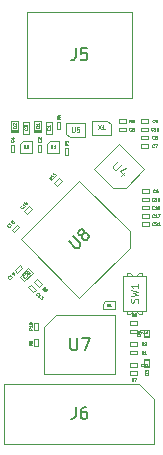
<source format=gbr>
G04 #@! TF.GenerationSoftware,KiCad,Pcbnew,5.1.9-1.fc33*
G04 #@! TF.CreationDate,2021-01-10T22:57:42+01:00*
G04 #@! TF.ProjectId,reDIP-SID,72654449-502d-4534-9944-2e6b69636164,0.1*
G04 #@! TF.SameCoordinates,PX5e28010PY8011a50*
G04 #@! TF.FileFunction,Other,Fab,Top*
%FSLAX46Y46*%
G04 Gerber Fmt 4.6, Leading zero omitted, Abs format (unit mm)*
G04 Created by KiCad (PCBNEW 5.1.9-1.fc33) date 2021-01-10 22:57:42*
%MOMM*%
%LPD*%
G01*
G04 APERTURE LIST*
%ADD10C,0.100000*%
%ADD11C,0.040000*%
%ADD12C,0.150000*%
%ADD13C,0.062500*%
%ADD14C,0.030000*%
%ADD15C,0.050000*%
%ADD16C,0.110000*%
G04 APERTURE END LIST*
D10*
X14390000Y9005000D02*
X14770000Y9005000D01*
X14770000Y9005000D02*
X14770000Y9655000D01*
X14770000Y9655000D02*
X14390000Y9655000D01*
X14390000Y9655000D02*
X14390000Y9005000D01*
X14390000Y9105000D02*
X14770000Y9105000D01*
X14770000Y7155000D02*
X14390000Y7155000D01*
X14390000Y7155000D02*
X14390000Y6505000D01*
X14390000Y6505000D02*
X14770000Y6505000D01*
X14770000Y6505000D02*
X14770000Y7155000D01*
X14770000Y7055000D02*
X14390000Y7055000D01*
X13790000Y10050000D02*
X13190000Y10050000D01*
X13790000Y10350000D02*
X13790000Y10050000D01*
X13190000Y10350000D02*
X13790000Y10350000D01*
X13190000Y10050000D02*
X13190000Y10350000D01*
X13360000Y29270000D02*
X4420000Y29270000D01*
X13360000Y29270000D02*
X13360000Y36570000D01*
X13360000Y36570000D02*
X4420000Y36570000D01*
X4420000Y29270000D02*
X4420000Y36570000D01*
X7408198Y22246066D02*
X6983934Y21821802D01*
X7196066Y22458198D02*
X7408198Y22246066D01*
X6771802Y22033934D02*
X7196066Y22458198D01*
X6983934Y21821802D02*
X6771802Y22033934D01*
X5890000Y9860000D02*
X6890000Y10860000D01*
X5890000Y5860000D02*
X5890000Y9860000D01*
X11890000Y5860000D02*
X5890000Y5860000D01*
X11890000Y10860000D02*
X11890000Y5860000D01*
X6890000Y10860000D02*
X11890000Y10860000D01*
X13190000Y5810000D02*
X13190000Y6110000D01*
X13190000Y6110000D02*
X13790000Y6110000D01*
X13790000Y6110000D02*
X13790000Y5810000D01*
X13790000Y5810000D02*
X13190000Y5810000D01*
X6150000Y25370000D02*
X6400000Y25620000D01*
X7150000Y25620000D02*
X6400000Y25620000D01*
X7150000Y24620000D02*
X7150000Y25620000D01*
X6150000Y24620000D02*
X7150000Y24620000D01*
X6150000Y25370000D02*
X6150000Y24620000D01*
X3850000Y25370000D02*
X4100000Y25620000D01*
X4850000Y25620000D02*
X4100000Y25620000D01*
X4850000Y24620000D02*
X4850000Y25620000D01*
X3850000Y24620000D02*
X4850000Y24620000D01*
X3850000Y25370000D02*
X3850000Y24620000D01*
X13132641Y16572893D02*
X8890000Y12330253D01*
X8890000Y12330253D02*
X3940253Y17280000D01*
X3940253Y17280000D02*
X8890000Y22229747D01*
X8890000Y22229747D02*
X13132641Y17987107D01*
X13132641Y17987107D02*
X13132641Y16572893D01*
X13190000Y6510000D02*
X13190000Y6810000D01*
X13190000Y6810000D02*
X13790000Y6810000D01*
X13790000Y6810000D02*
X13790000Y6510000D01*
X13790000Y6510000D02*
X13190000Y6510000D01*
X8050000Y25950000D02*
X7750000Y26250000D01*
X8050000Y25950000D02*
X9350000Y25950000D01*
X9350000Y25950000D02*
X9350000Y27150000D01*
X9350000Y27150000D02*
X7750000Y27150000D01*
X7750000Y27150000D02*
X7750000Y26250000D01*
X14210000Y10970000D02*
X14210000Y11220000D01*
X13960000Y10970000D02*
X14210000Y10970000D01*
X13710000Y11220000D02*
X13960000Y10970000D01*
X13160000Y10970000D02*
X13410000Y11220000D01*
X12910000Y10970000D02*
X13160000Y10970000D01*
X12910000Y11220000D02*
X12910000Y10970000D01*
X14210000Y14470000D02*
X14210000Y14220000D01*
X13960000Y14470000D02*
X14210000Y14470000D01*
X13710000Y14220000D02*
X13960000Y14470000D01*
X13160000Y14470000D02*
X13410000Y14220000D01*
X12910000Y14470000D02*
X13160000Y14470000D01*
X12910000Y14220000D02*
X12910000Y14470000D01*
X14560000Y11220000D02*
X12560000Y11220000D01*
X14560000Y14220000D02*
X14560000Y11220000D01*
X12560000Y14220000D02*
X14560000Y14220000D01*
X12560000Y11220000D02*
X12560000Y14220000D01*
X11080000Y12045000D02*
X10880000Y11845000D01*
X10880000Y11425000D02*
X10880000Y11845000D01*
X11900000Y11425000D02*
X10880000Y11425000D01*
X11900000Y12045000D02*
X11900000Y11425000D01*
X11080000Y12045000D02*
X11900000Y12045000D01*
X15240000Y3810000D02*
X15240000Y0D01*
X15240000Y0D02*
X2540000Y0D01*
X2540000Y0D02*
X2540000Y5080000D01*
X2540000Y5080000D02*
X13970000Y5080000D01*
X13970000Y5080000D02*
X15240000Y3810000D01*
X11550000Y27050000D02*
X11250000Y27350000D01*
X11550000Y27050000D02*
X11550000Y26150000D01*
X9950000Y27350000D02*
X11250000Y27350000D01*
X9950000Y26150000D02*
X9950000Y27350000D01*
X11550000Y26150000D02*
X9950000Y26150000D01*
X5070000Y9640000D02*
X5070000Y10240000D01*
X5370000Y9640000D02*
X5070000Y9640000D01*
X5370000Y10240000D02*
X5370000Y9640000D01*
X5070000Y10240000D02*
X5370000Y10240000D01*
X12250000Y27450000D02*
X12850000Y27450000D01*
X12250000Y27150000D02*
X12250000Y27450000D01*
X12850000Y27150000D02*
X12250000Y27150000D01*
X12850000Y27450000D02*
X12850000Y27150000D01*
X7250000Y27250000D02*
X7250000Y26650000D01*
X6950000Y27250000D02*
X7250000Y27250000D01*
X6950000Y26650000D02*
X6950000Y27250000D01*
X7250000Y26650000D02*
X6950000Y26650000D01*
X7650000Y24450000D02*
X7650000Y25050000D01*
X7950000Y24450000D02*
X7650000Y24450000D01*
X7950000Y25050000D02*
X7950000Y24450000D01*
X7650000Y25050000D02*
X7950000Y25050000D01*
X13190000Y8580000D02*
X13790000Y8580000D01*
X13190000Y8280000D02*
X13190000Y8580000D01*
X13790000Y8280000D02*
X13190000Y8280000D01*
X13790000Y8580000D02*
X13790000Y8280000D01*
X13190000Y7880000D02*
X13790000Y7880000D01*
X13190000Y7580000D02*
X13190000Y7880000D01*
X13790000Y7580000D02*
X13190000Y7580000D01*
X13790000Y7880000D02*
X13790000Y7580000D01*
X13790000Y9350000D02*
X13190000Y9350000D01*
X13790000Y9650000D02*
X13790000Y9350000D01*
X13190000Y9650000D02*
X13790000Y9650000D01*
X13190000Y9350000D02*
X13190000Y9650000D01*
X5350000Y24720000D02*
X5350000Y25320000D01*
X5650000Y24720000D02*
X5350000Y24720000D01*
X5650000Y25320000D02*
X5650000Y24720000D01*
X5350000Y25320000D02*
X5650000Y25320000D01*
X3050000Y24720000D02*
X3050000Y25320000D01*
X3350000Y24720000D02*
X3050000Y24720000D01*
X3350000Y25320000D02*
X3350000Y24720000D01*
X3050000Y25320000D02*
X3350000Y25320000D01*
X11739670Y21659010D02*
X10148680Y23250000D01*
X10148680Y23250000D02*
X12270000Y25371320D01*
X12270000Y25371320D02*
X14391320Y23250000D01*
X14391320Y23250000D02*
X12800330Y21659010D01*
X12800330Y21659010D02*
X11739670Y21659010D01*
X3710000Y26350000D02*
X3110000Y26350000D01*
X3110000Y26350000D02*
X3110000Y27350000D01*
X3110000Y27350000D02*
X3710000Y27350000D01*
X3710000Y27350000D02*
X3710000Y26350000D01*
X3710000Y26450000D02*
X3110000Y26450000D01*
X3710000Y26550000D02*
X3110000Y26550000D01*
X5630000Y26350000D02*
X5030000Y26350000D01*
X5030000Y26350000D02*
X5030000Y27350000D01*
X5030000Y27350000D02*
X5630000Y27350000D01*
X5630000Y27350000D02*
X5630000Y26350000D01*
X5630000Y26450000D02*
X5030000Y26450000D01*
X5630000Y26550000D02*
X5030000Y26550000D01*
X12850000Y26450000D02*
X12250000Y26450000D01*
X12850000Y26750000D02*
X12850000Y26450000D01*
X12250000Y26750000D02*
X12850000Y26750000D01*
X12250000Y26450000D02*
X12250000Y26750000D01*
X14680000Y25750000D02*
X14080000Y25750000D01*
X14680000Y26050000D02*
X14680000Y25750000D01*
X14080000Y26050000D02*
X14680000Y26050000D01*
X14080000Y25750000D02*
X14080000Y26050000D01*
X5370000Y8830000D02*
X5370000Y8230000D01*
X5070000Y8830000D02*
X5370000Y8830000D01*
X5070000Y8230000D02*
X5070000Y8830000D01*
X5370000Y8230000D02*
X5070000Y8230000D01*
X6540000Y26240000D02*
X6040000Y26240000D01*
X6040000Y26240000D02*
X6040000Y27240000D01*
X6040000Y27240000D02*
X6540000Y27240000D01*
X6540000Y27240000D02*
X6540000Y26240000D01*
X4620000Y26240000D02*
X4120000Y26240000D01*
X4120000Y26240000D02*
X4120000Y27240000D01*
X4120000Y27240000D02*
X4620000Y27240000D01*
X4620000Y27240000D02*
X4620000Y26240000D01*
X5253934Y13928198D02*
X5678198Y13503934D01*
X5041802Y13716066D02*
X5253934Y13928198D01*
X5466066Y13291802D02*
X5041802Y13716066D01*
X5678198Y13503934D02*
X5466066Y13291802D01*
X14770000Y18430000D02*
X14170000Y18430000D01*
X14770000Y18730000D02*
X14770000Y18430000D01*
X14170000Y18730000D02*
X14770000Y18730000D01*
X14170000Y18430000D02*
X14170000Y18730000D01*
X4864472Y19889792D02*
X4440208Y19465528D01*
X4652340Y20101924D02*
X4864472Y19889792D01*
X4228076Y19677660D02*
X4652340Y20101924D01*
X4440208Y19465528D02*
X4228076Y19677660D01*
X4753934Y13438198D02*
X5178198Y13013934D01*
X4541802Y13226066D02*
X4753934Y13438198D01*
X4966066Y12801802D02*
X4541802Y13226066D01*
X5178198Y13013934D02*
X4966066Y12801802D01*
X4567366Y14830919D02*
X4920919Y14477366D01*
X4920919Y14477366D02*
X4213812Y13770259D01*
X4213812Y13770259D02*
X3860259Y14123812D01*
X3860259Y14123812D02*
X4567366Y14830919D01*
X3405528Y14677660D02*
X3829792Y15101924D01*
X3617660Y14465528D02*
X3405528Y14677660D01*
X4041924Y14889792D02*
X3617660Y14465528D01*
X3829792Y15101924D02*
X4041924Y14889792D01*
X14170000Y19130000D02*
X14170000Y19430000D01*
X14170000Y19430000D02*
X14770000Y19430000D01*
X14770000Y19430000D02*
X14770000Y19130000D01*
X14770000Y19130000D02*
X14170000Y19130000D01*
X14170000Y19830000D02*
X14170000Y20130000D01*
X14170000Y20130000D02*
X14770000Y20130000D01*
X14770000Y20130000D02*
X14770000Y19830000D01*
X14770000Y19830000D02*
X14170000Y19830000D01*
X14170000Y20530000D02*
X14170000Y20830000D01*
X14170000Y20830000D02*
X14770000Y20830000D01*
X14770000Y20830000D02*
X14770000Y20530000D01*
X14770000Y20530000D02*
X14170000Y20530000D01*
X14680000Y25050000D02*
X14080000Y25050000D01*
X14680000Y25350000D02*
X14680000Y25050000D01*
X14080000Y25350000D02*
X14680000Y25350000D01*
X14080000Y25050000D02*
X14080000Y25350000D01*
X14080000Y26750000D02*
X14680000Y26750000D01*
X14080000Y26450000D02*
X14080000Y26750000D01*
X14680000Y26450000D02*
X14080000Y26450000D01*
X14680000Y26750000D02*
X14680000Y26450000D01*
X14080000Y27450000D02*
X14680000Y27450000D01*
X14080000Y27150000D02*
X14080000Y27450000D01*
X14680000Y27150000D02*
X14080000Y27150000D01*
X14680000Y27450000D02*
X14680000Y27150000D01*
X14170000Y21230000D02*
X14170000Y21530000D01*
X14170000Y21530000D02*
X14770000Y21530000D01*
X14770000Y21530000D02*
X14770000Y21230000D01*
X14770000Y21230000D02*
X14170000Y21230000D01*
X3151802Y18083934D02*
X3576066Y18508198D01*
X3363934Y17871802D02*
X3151802Y18083934D01*
X3788198Y18296066D02*
X3363934Y17871802D01*
X3576066Y18508198D02*
X3788198Y18296066D01*
D11*
X14013095Y9145477D02*
X13763095Y9145477D01*
X13763095Y9205000D01*
X13775000Y9240715D01*
X13798809Y9264524D01*
X13822619Y9276429D01*
X13870238Y9288334D01*
X13905952Y9288334D01*
X13953571Y9276429D01*
X13977380Y9264524D01*
X14001190Y9240715D01*
X14013095Y9205000D01*
X14013095Y9145477D01*
X13846428Y9502620D02*
X14013095Y9502620D01*
X13751190Y9443096D02*
X13929761Y9383572D01*
X13929761Y9538334D01*
X14673095Y5845477D02*
X14423095Y5845477D01*
X14423095Y5905000D01*
X14435000Y5940715D01*
X14458809Y5964524D01*
X14482619Y5976429D01*
X14530238Y5988334D01*
X14565952Y5988334D01*
X14613571Y5976429D01*
X14637380Y5964524D01*
X14661190Y5940715D01*
X14673095Y5905000D01*
X14673095Y5845477D01*
X14423095Y6071667D02*
X14423095Y6226429D01*
X14518333Y6143096D01*
X14518333Y6178810D01*
X14530238Y6202620D01*
X14542142Y6214524D01*
X14565952Y6226429D01*
X14625476Y6226429D01*
X14649285Y6214524D01*
X14661190Y6202620D01*
X14673095Y6178810D01*
X14673095Y6107381D01*
X14661190Y6083572D01*
X14649285Y6071667D01*
X13448333Y10766905D02*
X13365000Y10885953D01*
X13305476Y10766905D02*
X13305476Y11016905D01*
X13400714Y11016905D01*
X13424523Y11005000D01*
X13436428Y10993096D01*
X13448333Y10969286D01*
X13448333Y10933572D01*
X13436428Y10909762D01*
X13424523Y10897858D01*
X13400714Y10885953D01*
X13305476Y10885953D01*
X13591190Y10909762D02*
X13567380Y10921667D01*
X13555476Y10933572D01*
X13543571Y10957381D01*
X13543571Y10969286D01*
X13555476Y10993096D01*
X13567380Y11005000D01*
X13591190Y11016905D01*
X13638809Y11016905D01*
X13662619Y11005000D01*
X13674523Y10993096D01*
X13686428Y10969286D01*
X13686428Y10957381D01*
X13674523Y10933572D01*
X13662619Y10921667D01*
X13638809Y10909762D01*
X13591190Y10909762D01*
X13567380Y10897858D01*
X13555476Y10885953D01*
X13543571Y10862143D01*
X13543571Y10814524D01*
X13555476Y10790715D01*
X13567380Y10778810D01*
X13591190Y10766905D01*
X13638809Y10766905D01*
X13662619Y10778810D01*
X13674523Y10790715D01*
X13686428Y10814524D01*
X13686428Y10862143D01*
X13674523Y10885953D01*
X13662619Y10897858D01*
X13638809Y10909762D01*
D12*
X8556666Y33467620D02*
X8556666Y32753334D01*
X8509047Y32610477D01*
X8413809Y32515239D01*
X8270952Y32467620D01*
X8175714Y32467620D01*
X9509047Y33467620D02*
X9032857Y33467620D01*
X8985238Y32991429D01*
X9032857Y33039048D01*
X9128095Y33086667D01*
X9366190Y33086667D01*
X9461428Y33039048D01*
X9509047Y32991429D01*
X9556666Y32896191D01*
X9556666Y32658096D01*
X9509047Y32562858D01*
X9461428Y32515239D01*
X9366190Y32467620D01*
X9128095Y32467620D01*
X9032857Y32515239D01*
X8985238Y32562858D01*
D11*
X6575495Y22427221D02*
X6432390Y22452475D01*
X6474479Y22326206D02*
X6297703Y22502982D01*
X6365046Y22570326D01*
X6390300Y22578744D01*
X6407136Y22578744D01*
X6432390Y22570326D01*
X6457644Y22545072D01*
X6466062Y22519818D01*
X6466062Y22502982D01*
X6457644Y22477729D01*
X6390300Y22410385D01*
X6743854Y22595580D02*
X6642838Y22494564D01*
X6693346Y22545072D02*
X6516569Y22721849D01*
X6524987Y22679759D01*
X6524987Y22646087D01*
X6516569Y22620833D01*
X6912212Y22763938D02*
X6811197Y22662923D01*
X6861705Y22713431D02*
X6684928Y22890208D01*
X6693346Y22848118D01*
X6693346Y22814446D01*
X6684928Y22789192D01*
D12*
X8128095Y8907620D02*
X8128095Y8098096D01*
X8175714Y8002858D01*
X8223333Y7955239D01*
X8318571Y7907620D01*
X8509047Y7907620D01*
X8604285Y7955239D01*
X8651904Y8002858D01*
X8699523Y8098096D01*
X8699523Y8907620D01*
X9080476Y8907620D02*
X9747142Y8907620D01*
X9318571Y7907620D01*
D11*
X13438333Y5306905D02*
X13355000Y5425953D01*
X13295476Y5306905D02*
X13295476Y5556905D01*
X13390714Y5556905D01*
X13414523Y5545000D01*
X13426428Y5533096D01*
X13438333Y5509286D01*
X13438333Y5473572D01*
X13426428Y5449762D01*
X13414523Y5437858D01*
X13390714Y5425953D01*
X13295476Y5425953D01*
X13521666Y5556905D02*
X13688333Y5556905D01*
X13581190Y5306905D01*
X6459523Y25256905D02*
X6459523Y25054524D01*
X6471428Y25030715D01*
X6483333Y25018810D01*
X6507142Y25006905D01*
X6554761Y25006905D01*
X6578571Y25018810D01*
X6590476Y25030715D01*
X6602380Y25054524D01*
X6602380Y25256905D01*
X6852380Y25006905D02*
X6709523Y25006905D01*
X6780952Y25006905D02*
X6780952Y25256905D01*
X6757142Y25221191D01*
X6733333Y25197381D01*
X6709523Y25185477D01*
X4159523Y25256905D02*
X4159523Y25054524D01*
X4171428Y25030715D01*
X4183333Y25018810D01*
X4207142Y25006905D01*
X4254761Y25006905D01*
X4278571Y25018810D01*
X4290476Y25030715D01*
X4302380Y25054524D01*
X4302380Y25256905D01*
X4409523Y25233096D02*
X4421428Y25245000D01*
X4445238Y25256905D01*
X4504761Y25256905D01*
X4528571Y25245000D01*
X4540476Y25233096D01*
X4552380Y25209286D01*
X4552380Y25185477D01*
X4540476Y25149762D01*
X4397619Y25006905D01*
X4552380Y25006905D01*
D12*
X7964026Y17128478D02*
X8536446Y16556058D01*
X8637461Y16522386D01*
X8704805Y16522386D01*
X8805820Y16556058D01*
X8940507Y16690745D01*
X8974179Y16791760D01*
X8974179Y16859104D01*
X8940507Y16960119D01*
X8368087Y17532539D01*
X9108866Y17667226D02*
X9007851Y17633554D01*
X8940507Y17633554D01*
X8839492Y17667226D01*
X8805820Y17700897D01*
X8772148Y17801913D01*
X8772148Y17869256D01*
X8805820Y17970271D01*
X8940507Y18104958D01*
X9041522Y18138630D01*
X9108866Y18138630D01*
X9209881Y18104958D01*
X9243553Y18071287D01*
X9277225Y17970271D01*
X9277225Y17902928D01*
X9243553Y17801913D01*
X9108866Y17667226D01*
X9075194Y17566210D01*
X9075194Y17498867D01*
X9108866Y17397852D01*
X9243553Y17263165D01*
X9344568Y17229493D01*
X9411912Y17229493D01*
X9512927Y17263165D01*
X9647614Y17397852D01*
X9681286Y17498867D01*
X9681286Y17566210D01*
X9647614Y17667226D01*
X9512927Y17801913D01*
X9411912Y17835584D01*
X9344568Y17835584D01*
X9243553Y17801913D01*
D11*
X14229285Y6550715D02*
X14217380Y6538810D01*
X14181666Y6526905D01*
X14157857Y6526905D01*
X14122142Y6538810D01*
X14098333Y6562620D01*
X14086428Y6586429D01*
X14074523Y6634048D01*
X14074523Y6669762D01*
X14086428Y6717381D01*
X14098333Y6741191D01*
X14122142Y6765000D01*
X14157857Y6776905D01*
X14181666Y6776905D01*
X14217380Y6765000D01*
X14229285Y6753096D01*
X14467380Y6526905D02*
X14324523Y6526905D01*
X14395952Y6526905D02*
X14395952Y6776905D01*
X14372142Y6741191D01*
X14348333Y6717381D01*
X14324523Y6705477D01*
X14705476Y6526905D02*
X14562619Y6526905D01*
X14634047Y6526905D02*
X14634047Y6776905D01*
X14610238Y6741191D01*
X14586428Y6717381D01*
X14562619Y6705477D01*
D13*
X8245238Y26769048D02*
X8245238Y26445239D01*
X8264285Y26407143D01*
X8283333Y26388096D01*
X8321428Y26369048D01*
X8397619Y26369048D01*
X8435714Y26388096D01*
X8454761Y26407143D01*
X8473809Y26445239D01*
X8473809Y26769048D01*
X8854761Y26769048D02*
X8664285Y26769048D01*
X8645238Y26578572D01*
X8664285Y26597620D01*
X8702380Y26616667D01*
X8797619Y26616667D01*
X8835714Y26597620D01*
X8854761Y26578572D01*
X8873809Y26540477D01*
X8873809Y26445239D01*
X8854761Y26407143D01*
X8835714Y26388096D01*
X8797619Y26369048D01*
X8702380Y26369048D01*
X8664285Y26388096D01*
X8645238Y26407143D01*
D10*
X13802857Y11920000D02*
X13831428Y12005715D01*
X13831428Y12148572D01*
X13802857Y12205715D01*
X13774285Y12234286D01*
X13717142Y12262858D01*
X13660000Y12262858D01*
X13602857Y12234286D01*
X13574285Y12205715D01*
X13545714Y12148572D01*
X13517142Y12034286D01*
X13488571Y11977143D01*
X13460000Y11948572D01*
X13402857Y11920000D01*
X13345714Y11920000D01*
X13288571Y11948572D01*
X13260000Y11977143D01*
X13231428Y12034286D01*
X13231428Y12177143D01*
X13260000Y12262858D01*
X13231428Y12462858D02*
X13831428Y12605715D01*
X13402857Y12720000D01*
X13831428Y12834286D01*
X13231428Y12977143D01*
X13831428Y13520000D02*
X13831428Y13177143D01*
X13831428Y13348572D02*
X13231428Y13348572D01*
X13317142Y13291429D01*
X13374285Y13234286D01*
X13402857Y13177143D01*
D14*
X11370952Y11625477D02*
X11351904Y11635000D01*
X11332857Y11654048D01*
X11304285Y11682620D01*
X11285238Y11692143D01*
X11266190Y11692143D01*
X11275714Y11644524D02*
X11256666Y11654048D01*
X11237619Y11673096D01*
X11228095Y11711191D01*
X11228095Y11777858D01*
X11237619Y11815953D01*
X11256666Y11835000D01*
X11275714Y11844524D01*
X11313809Y11844524D01*
X11332857Y11835000D01*
X11351904Y11815953D01*
X11361428Y11777858D01*
X11361428Y11711191D01*
X11351904Y11673096D01*
X11332857Y11654048D01*
X11313809Y11644524D01*
X11275714Y11644524D01*
X11551904Y11644524D02*
X11437619Y11644524D01*
X11494761Y11644524D02*
X11494761Y11844524D01*
X11475714Y11815953D01*
X11456666Y11796905D01*
X11437619Y11787381D01*
D12*
X8556666Y3087620D02*
X8556666Y2373334D01*
X8509047Y2230477D01*
X8413809Y2135239D01*
X8270952Y2087620D01*
X8175714Y2087620D01*
X9461428Y3087620D02*
X9270952Y3087620D01*
X9175714Y3040000D01*
X9128095Y2992381D01*
X9032857Y2849524D01*
X8985238Y2659048D01*
X8985238Y2278096D01*
X9032857Y2182858D01*
X9080476Y2135239D01*
X9175714Y2087620D01*
X9366190Y2087620D01*
X9461428Y2135239D01*
X9509047Y2182858D01*
X9556666Y2278096D01*
X9556666Y2516191D01*
X9509047Y2611429D01*
X9461428Y2659048D01*
X9366190Y2706667D01*
X9175714Y2706667D01*
X9080476Y2659048D01*
X9032857Y2611429D01*
X8985238Y2516191D01*
D15*
X10466666Y26941667D02*
X10700000Y26591667D01*
X10700000Y26941667D02*
X10466666Y26591667D01*
X11016666Y26591667D02*
X10816666Y26591667D01*
X10916666Y26591667D02*
X10916666Y26941667D01*
X10883333Y26891667D01*
X10850000Y26858334D01*
X10816666Y26841667D01*
D11*
X4863095Y9779286D02*
X4744047Y9695953D01*
X4863095Y9636429D02*
X4613095Y9636429D01*
X4613095Y9731667D01*
X4625000Y9755477D01*
X4636904Y9767381D01*
X4660714Y9779286D01*
X4696428Y9779286D01*
X4720238Y9767381D01*
X4732142Y9755477D01*
X4744047Y9731667D01*
X4744047Y9636429D01*
X4863095Y10017381D02*
X4863095Y9874524D01*
X4863095Y9945953D02*
X4613095Y9945953D01*
X4648809Y9922143D01*
X4672619Y9898334D01*
X4684523Y9874524D01*
X4613095Y10172143D02*
X4613095Y10195953D01*
X4625000Y10219762D01*
X4636904Y10231667D01*
X4660714Y10243572D01*
X4708333Y10255477D01*
X4767857Y10255477D01*
X4815476Y10243572D01*
X4839285Y10231667D01*
X4851190Y10219762D01*
X4863095Y10195953D01*
X4863095Y10172143D01*
X4851190Y10148334D01*
X4839285Y10136429D01*
X4815476Y10124524D01*
X4767857Y10112620D01*
X4708333Y10112620D01*
X4660714Y10124524D01*
X4636904Y10136429D01*
X4625000Y10148334D01*
X4613095Y10172143D01*
X13248333Y27186905D02*
X13165000Y27305953D01*
X13105476Y27186905D02*
X13105476Y27436905D01*
X13200714Y27436905D01*
X13224523Y27425000D01*
X13236428Y27413096D01*
X13248333Y27389286D01*
X13248333Y27353572D01*
X13236428Y27329762D01*
X13224523Y27317858D01*
X13200714Y27305953D01*
X13105476Y27305953D01*
X13474523Y27436905D02*
X13355476Y27436905D01*
X13343571Y27317858D01*
X13355476Y27329762D01*
X13379285Y27341667D01*
X13438809Y27341667D01*
X13462619Y27329762D01*
X13474523Y27317858D01*
X13486428Y27294048D01*
X13486428Y27234524D01*
X13474523Y27210715D01*
X13462619Y27198810D01*
X13438809Y27186905D01*
X13379285Y27186905D01*
X13355476Y27198810D01*
X13343571Y27210715D01*
X7213095Y27608334D02*
X7094047Y27525000D01*
X7213095Y27465477D02*
X6963095Y27465477D01*
X6963095Y27560715D01*
X6975000Y27584524D01*
X6986904Y27596429D01*
X7010714Y27608334D01*
X7046428Y27608334D01*
X7070238Y27596429D01*
X7082142Y27584524D01*
X7094047Y27560715D01*
X7094047Y27465477D01*
X7046428Y27822620D02*
X7213095Y27822620D01*
X6951190Y27763096D02*
X7129761Y27703572D01*
X7129761Y27858334D01*
X7913095Y25418334D02*
X7794047Y25335000D01*
X7913095Y25275477D02*
X7663095Y25275477D01*
X7663095Y25370715D01*
X7675000Y25394524D01*
X7686904Y25406429D01*
X7710714Y25418334D01*
X7746428Y25418334D01*
X7770238Y25406429D01*
X7782142Y25394524D01*
X7794047Y25370715D01*
X7794047Y25275477D01*
X7663095Y25501667D02*
X7663095Y25656429D01*
X7758333Y25573096D01*
X7758333Y25608810D01*
X7770238Y25632620D01*
X7782142Y25644524D01*
X7805952Y25656429D01*
X7865476Y25656429D01*
X7889285Y25644524D01*
X7901190Y25632620D01*
X7913095Y25608810D01*
X7913095Y25537381D01*
X7901190Y25513572D01*
X7889285Y25501667D01*
X14288333Y8326905D02*
X14205000Y8445953D01*
X14145476Y8326905D02*
X14145476Y8576905D01*
X14240714Y8576905D01*
X14264523Y8565000D01*
X14276428Y8553096D01*
X14288333Y8529286D01*
X14288333Y8493572D01*
X14276428Y8469762D01*
X14264523Y8457858D01*
X14240714Y8445953D01*
X14145476Y8445953D01*
X14383571Y8553096D02*
X14395476Y8565000D01*
X14419285Y8576905D01*
X14478809Y8576905D01*
X14502619Y8565000D01*
X14514523Y8553096D01*
X14526428Y8529286D01*
X14526428Y8505477D01*
X14514523Y8469762D01*
X14371666Y8326905D01*
X14526428Y8326905D01*
X14298333Y7616905D02*
X14215000Y7735953D01*
X14155476Y7616905D02*
X14155476Y7866905D01*
X14250714Y7866905D01*
X14274523Y7855000D01*
X14286428Y7843096D01*
X14298333Y7819286D01*
X14298333Y7783572D01*
X14286428Y7759762D01*
X14274523Y7747858D01*
X14250714Y7735953D01*
X14155476Y7735953D01*
X14536428Y7616905D02*
X14393571Y7616905D01*
X14465000Y7616905D02*
X14465000Y7866905D01*
X14441190Y7831191D01*
X14417380Y7807381D01*
X14393571Y7795477D01*
X14169285Y9420715D02*
X14157380Y9408810D01*
X14121666Y9396905D01*
X14097857Y9396905D01*
X14062142Y9408810D01*
X14038333Y9432620D01*
X14026428Y9456429D01*
X14014523Y9504048D01*
X14014523Y9539762D01*
X14026428Y9587381D01*
X14038333Y9611191D01*
X14062142Y9635000D01*
X14097857Y9646905D01*
X14121666Y9646905D01*
X14157380Y9635000D01*
X14169285Y9623096D01*
X14407380Y9396905D02*
X14264523Y9396905D01*
X14335952Y9396905D02*
X14335952Y9646905D01*
X14312142Y9611191D01*
X14288333Y9587381D01*
X14264523Y9575477D01*
X14502619Y9623096D02*
X14514523Y9635000D01*
X14538333Y9646905D01*
X14597857Y9646905D01*
X14621666Y9635000D01*
X14633571Y9623096D01*
X14645476Y9599286D01*
X14645476Y9575477D01*
X14633571Y9539762D01*
X14490714Y9396905D01*
X14645476Y9396905D01*
X5589285Y25678334D02*
X5601190Y25666429D01*
X5613095Y25630715D01*
X5613095Y25606905D01*
X5601190Y25571191D01*
X5577380Y25547381D01*
X5553571Y25535477D01*
X5505952Y25523572D01*
X5470238Y25523572D01*
X5422619Y25535477D01*
X5398809Y25547381D01*
X5375000Y25571191D01*
X5363095Y25606905D01*
X5363095Y25630715D01*
X5375000Y25666429D01*
X5386904Y25678334D01*
X5386904Y25773572D02*
X5375000Y25785477D01*
X5363095Y25809286D01*
X5363095Y25868810D01*
X5375000Y25892620D01*
X5386904Y25904524D01*
X5410714Y25916429D01*
X5434523Y25916429D01*
X5470238Y25904524D01*
X5613095Y25761667D01*
X5613095Y25916429D01*
X3289285Y25688334D02*
X3301190Y25676429D01*
X3313095Y25640715D01*
X3313095Y25616905D01*
X3301190Y25581191D01*
X3277380Y25557381D01*
X3253571Y25545477D01*
X3205952Y25533572D01*
X3170238Y25533572D01*
X3122619Y25545477D01*
X3098809Y25557381D01*
X3075000Y25581191D01*
X3063095Y25616905D01*
X3063095Y25640715D01*
X3075000Y25676429D01*
X3086904Y25688334D01*
X3146428Y25902620D02*
X3313095Y25902620D01*
X3051190Y25843096D02*
X3229761Y25783572D01*
X3229761Y25938334D01*
D16*
X12156357Y23944480D02*
X11727043Y23515166D01*
X11701789Y23439404D01*
X11701789Y23388896D01*
X11727043Y23313135D01*
X11828058Y23212120D01*
X11903819Y23186866D01*
X11954327Y23186866D01*
X12030088Y23212120D01*
X12459403Y23641435D01*
X12762449Y22984835D02*
X12408895Y22631282D01*
X12838210Y23313135D02*
X12333134Y23060597D01*
X12661434Y22732297D01*
D11*
X3523095Y26735477D02*
X3273095Y26735477D01*
X3273095Y26795000D01*
X3285000Y26830715D01*
X3308809Y26854524D01*
X3332619Y26866429D01*
X3380238Y26878334D01*
X3415952Y26878334D01*
X3463571Y26866429D01*
X3487380Y26854524D01*
X3511190Y26830715D01*
X3523095Y26795000D01*
X3523095Y26735477D01*
X3296904Y26973572D02*
X3285000Y26985477D01*
X3273095Y27009286D01*
X3273095Y27068810D01*
X3285000Y27092620D01*
X3296904Y27104524D01*
X3320714Y27116429D01*
X3344523Y27116429D01*
X3380238Y27104524D01*
X3523095Y26961667D01*
X3523095Y27116429D01*
X5443095Y26755477D02*
X5193095Y26755477D01*
X5193095Y26815000D01*
X5205000Y26850715D01*
X5228809Y26874524D01*
X5252619Y26886429D01*
X5300238Y26898334D01*
X5335952Y26898334D01*
X5383571Y26886429D01*
X5407380Y26874524D01*
X5431190Y26850715D01*
X5443095Y26815000D01*
X5443095Y26755477D01*
X5443095Y27136429D02*
X5443095Y26993572D01*
X5443095Y27065000D02*
X5193095Y27065000D01*
X5228809Y27041191D01*
X5252619Y27017381D01*
X5264523Y26993572D01*
X13248333Y26510715D02*
X13236428Y26498810D01*
X13200714Y26486905D01*
X13176904Y26486905D01*
X13141190Y26498810D01*
X13117380Y26522620D01*
X13105476Y26546429D01*
X13093571Y26594048D01*
X13093571Y26629762D01*
X13105476Y26677381D01*
X13117380Y26701191D01*
X13141190Y26725000D01*
X13176904Y26736905D01*
X13200714Y26736905D01*
X13236428Y26725000D01*
X13248333Y26713096D01*
X13474523Y26736905D02*
X13355476Y26736905D01*
X13343571Y26617858D01*
X13355476Y26629762D01*
X13379285Y26641667D01*
X13438809Y26641667D01*
X13462619Y26629762D01*
X13474523Y26617858D01*
X13486428Y26594048D01*
X13486428Y26534524D01*
X13474523Y26510715D01*
X13462619Y26498810D01*
X13438809Y26486905D01*
X13379285Y26486905D01*
X13355476Y26498810D01*
X13343571Y26510715D01*
X15198333Y25820715D02*
X15186428Y25808810D01*
X15150714Y25796905D01*
X15126904Y25796905D01*
X15091190Y25808810D01*
X15067380Y25832620D01*
X15055476Y25856429D01*
X15043571Y25904048D01*
X15043571Y25939762D01*
X15055476Y25987381D01*
X15067380Y26011191D01*
X15091190Y26035000D01*
X15126904Y26046905D01*
X15150714Y26046905D01*
X15186428Y26035000D01*
X15198333Y26023096D01*
X15341190Y25939762D02*
X15317380Y25951667D01*
X15305476Y25963572D01*
X15293571Y25987381D01*
X15293571Y25999286D01*
X15305476Y26023096D01*
X15317380Y26035000D01*
X15341190Y26046905D01*
X15388809Y26046905D01*
X15412619Y26035000D01*
X15424523Y26023096D01*
X15436428Y25999286D01*
X15436428Y25987381D01*
X15424523Y25963572D01*
X15412619Y25951667D01*
X15388809Y25939762D01*
X15341190Y25939762D01*
X15317380Y25927858D01*
X15305476Y25915953D01*
X15293571Y25892143D01*
X15293571Y25844524D01*
X15305476Y25820715D01*
X15317380Y25808810D01*
X15341190Y25796905D01*
X15388809Y25796905D01*
X15412619Y25808810D01*
X15424523Y25820715D01*
X15436428Y25844524D01*
X15436428Y25892143D01*
X15424523Y25915953D01*
X15412619Y25927858D01*
X15388809Y25939762D01*
X4853095Y8488334D02*
X4734047Y8405000D01*
X4853095Y8345477D02*
X4603095Y8345477D01*
X4603095Y8440715D01*
X4615000Y8464524D01*
X4626904Y8476429D01*
X4650714Y8488334D01*
X4686428Y8488334D01*
X4710238Y8476429D01*
X4722142Y8464524D01*
X4734047Y8440715D01*
X4734047Y8345477D01*
X4853095Y8607381D02*
X4853095Y8655000D01*
X4841190Y8678810D01*
X4829285Y8690715D01*
X4793571Y8714524D01*
X4745952Y8726429D01*
X4650714Y8726429D01*
X4626904Y8714524D01*
X4615000Y8702620D01*
X4603095Y8678810D01*
X4603095Y8631191D01*
X4615000Y8607381D01*
X4626904Y8595477D01*
X4650714Y8583572D01*
X4710238Y8583572D01*
X4734047Y8595477D01*
X4745952Y8607381D01*
X4757857Y8631191D01*
X4757857Y8678810D01*
X4745952Y8702620D01*
X4734047Y8714524D01*
X4710238Y8726429D01*
X6379285Y26698334D02*
X6391190Y26686429D01*
X6403095Y26650715D01*
X6403095Y26626905D01*
X6391190Y26591191D01*
X6367380Y26567381D01*
X6343571Y26555477D01*
X6295952Y26543572D01*
X6260238Y26543572D01*
X6212619Y26555477D01*
X6188809Y26567381D01*
X6165000Y26591191D01*
X6153095Y26626905D01*
X6153095Y26650715D01*
X6165000Y26686429D01*
X6176904Y26698334D01*
X6403095Y26936429D02*
X6403095Y26793572D01*
X6403095Y26865000D02*
X6153095Y26865000D01*
X6188809Y26841191D01*
X6212619Y26817381D01*
X6224523Y26793572D01*
X4459285Y26698334D02*
X4471190Y26686429D01*
X4483095Y26650715D01*
X4483095Y26626905D01*
X4471190Y26591191D01*
X4447380Y26567381D01*
X4423571Y26555477D01*
X4375952Y26543572D01*
X4340238Y26543572D01*
X4292619Y26555477D01*
X4268809Y26567381D01*
X4245000Y26591191D01*
X4233095Y26626905D01*
X4233095Y26650715D01*
X4245000Y26686429D01*
X4256904Y26698334D01*
X4233095Y26781667D02*
X4233095Y26936429D01*
X4328333Y26853096D01*
X4328333Y26888810D01*
X4340238Y26912620D01*
X4352142Y26924524D01*
X4375952Y26936429D01*
X4435476Y26936429D01*
X4459285Y26924524D01*
X4471190Y26912620D01*
X4483095Y26888810D01*
X4483095Y26817381D01*
X4471190Y26793572D01*
X4459285Y26781667D01*
X5820566Y13019493D02*
X5845820Y13162598D01*
X5719551Y13120508D02*
X5896328Y13297285D01*
X5963671Y13229941D01*
X5972089Y13204688D01*
X5972089Y13187852D01*
X5963671Y13162598D01*
X5938417Y13137344D01*
X5913164Y13128926D01*
X5896328Y13128926D01*
X5871074Y13137344D01*
X5803730Y13204688D01*
X6148866Y13044747D02*
X6115194Y13078418D01*
X6089940Y13086836D01*
X6073104Y13086836D01*
X6031015Y13078418D01*
X5988925Y13053165D01*
X5921582Y12985821D01*
X5913164Y12960567D01*
X5913164Y12943731D01*
X5921582Y12918478D01*
X5955253Y12884806D01*
X5980507Y12876388D01*
X5997343Y12876388D01*
X6022597Y12884806D01*
X6064687Y12926896D01*
X6073104Y12952149D01*
X6073104Y12968985D01*
X6064687Y12994239D01*
X6031015Y13027911D01*
X6005761Y13036329D01*
X5988925Y13036329D01*
X5963671Y13027911D01*
X15189285Y18510715D02*
X15177380Y18498810D01*
X15141666Y18486905D01*
X15117857Y18486905D01*
X15082142Y18498810D01*
X15058333Y18522620D01*
X15046428Y18546429D01*
X15034523Y18594048D01*
X15034523Y18629762D01*
X15046428Y18677381D01*
X15058333Y18701191D01*
X15082142Y18725000D01*
X15117857Y18736905D01*
X15141666Y18736905D01*
X15177380Y18725000D01*
X15189285Y18713096D01*
X15284523Y18713096D02*
X15296428Y18725000D01*
X15320238Y18736905D01*
X15379761Y18736905D01*
X15403571Y18725000D01*
X15415476Y18713096D01*
X15427380Y18689286D01*
X15427380Y18665477D01*
X15415476Y18629762D01*
X15272619Y18486905D01*
X15427380Y18486905D01*
X15665476Y18486905D02*
X15522619Y18486905D01*
X15594047Y18486905D02*
X15594047Y18736905D01*
X15570238Y18701191D01*
X15546428Y18677381D01*
X15522619Y18665477D01*
X4109492Y19993224D02*
X4109492Y19976388D01*
X4092656Y19942716D01*
X4075820Y19925880D01*
X4042148Y19909044D01*
X4008477Y19909044D01*
X3983223Y19917462D01*
X3941133Y19942716D01*
X3915879Y19967970D01*
X3890625Y20010060D01*
X3882208Y20035313D01*
X3882208Y20068985D01*
X3899043Y20102657D01*
X3915879Y20119493D01*
X3949551Y20136329D01*
X3966387Y20136329D01*
X4294687Y20144747D02*
X4193671Y20043731D01*
X4244179Y20094239D02*
X4067402Y20271016D01*
X4075820Y20228926D01*
X4075820Y20195254D01*
X4067402Y20170000D01*
X4328358Y20414121D02*
X4446209Y20296270D01*
X4218925Y20439375D02*
X4303104Y20271016D01*
X4412538Y20380449D01*
X5303223Y12560508D02*
X5286387Y12560508D01*
X5252715Y12577344D01*
X5235879Y12594180D01*
X5219043Y12627852D01*
X5219043Y12661523D01*
X5227461Y12686777D01*
X5252715Y12728867D01*
X5277969Y12754121D01*
X5320059Y12779375D01*
X5345312Y12787792D01*
X5378984Y12787792D01*
X5412656Y12770957D01*
X5429492Y12754121D01*
X5446328Y12720449D01*
X5446328Y12703613D01*
X5454746Y12375313D02*
X5353730Y12476329D01*
X5404238Y12425821D02*
X5581015Y12602598D01*
X5538925Y12594180D01*
X5505253Y12594180D01*
X5480000Y12602598D01*
X5690448Y12493165D02*
X5799881Y12383731D01*
X5673612Y12375313D01*
X5698866Y12350060D01*
X5707284Y12324806D01*
X5707284Y12307970D01*
X5698866Y12282716D01*
X5656776Y12240626D01*
X5631522Y12232209D01*
X5614687Y12232209D01*
X5589433Y12240626D01*
X5538925Y12291134D01*
X5530507Y12316388D01*
X5530507Y12333224D01*
X4340081Y14123813D02*
X4340081Y14106977D01*
X4323245Y14073305D01*
X4306409Y14056469D01*
X4272737Y14039633D01*
X4239066Y14039633D01*
X4213812Y14048051D01*
X4171722Y14073305D01*
X4146468Y14098559D01*
X4121214Y14140649D01*
X4112797Y14165902D01*
X4112797Y14199574D01*
X4129632Y14233246D01*
X4146468Y14250082D01*
X4180140Y14266918D01*
X4196976Y14266918D01*
X4264319Y14334261D02*
X4264319Y14351097D01*
X4272737Y14376351D01*
X4314827Y14418441D01*
X4340081Y14426859D01*
X4356917Y14426859D01*
X4382171Y14418441D01*
X4399006Y14401605D01*
X4415842Y14367933D01*
X4415842Y14165902D01*
X4525276Y14275336D01*
X4457932Y14561546D02*
X4474768Y14578381D01*
X4500022Y14586799D01*
X4516858Y14586799D01*
X4542111Y14578381D01*
X4584201Y14553128D01*
X4626291Y14511038D01*
X4651545Y14468948D01*
X4659963Y14443694D01*
X4659963Y14426859D01*
X4651545Y14401605D01*
X4634709Y14384769D01*
X4609455Y14376351D01*
X4592619Y14376351D01*
X4567365Y14384769D01*
X4525276Y14410023D01*
X4483186Y14452112D01*
X4457932Y14494202D01*
X4449514Y14519456D01*
X4449514Y14536292D01*
X4457932Y14561546D01*
X3056944Y14020676D02*
X3056944Y14003840D01*
X3040108Y13970168D01*
X3023272Y13953332D01*
X2989600Y13936496D01*
X2955929Y13936496D01*
X2930675Y13944914D01*
X2888585Y13970168D01*
X2863331Y13995422D01*
X2838077Y14037512D01*
X2829660Y14062765D01*
X2829660Y14096437D01*
X2846495Y14130109D01*
X2863331Y14146945D01*
X2897003Y14163781D01*
X2913839Y14163781D01*
X3242139Y14172199D02*
X3141123Y14071183D01*
X3191631Y14121691D02*
X3014854Y14298468D01*
X3023272Y14256378D01*
X3023272Y14222706D01*
X3014854Y14197452D01*
X3326318Y14256378D02*
X3359990Y14290050D01*
X3368408Y14315304D01*
X3368408Y14332140D01*
X3359990Y14374229D01*
X3334736Y14416319D01*
X3267392Y14483662D01*
X3242139Y14492080D01*
X3225303Y14492080D01*
X3200049Y14483662D01*
X3166377Y14449991D01*
X3157959Y14424737D01*
X3157959Y14407901D01*
X3166377Y14382647D01*
X3208467Y14340557D01*
X3233721Y14332140D01*
X3250556Y14332140D01*
X3275810Y14340557D01*
X3309482Y14374229D01*
X3317900Y14399483D01*
X3317900Y14416319D01*
X3309482Y14441573D01*
X15179285Y19190715D02*
X15167380Y19178810D01*
X15131666Y19166905D01*
X15107857Y19166905D01*
X15072142Y19178810D01*
X15048333Y19202620D01*
X15036428Y19226429D01*
X15024523Y19274048D01*
X15024523Y19309762D01*
X15036428Y19357381D01*
X15048333Y19381191D01*
X15072142Y19405000D01*
X15107857Y19416905D01*
X15131666Y19416905D01*
X15167380Y19405000D01*
X15179285Y19393096D01*
X15417380Y19166905D02*
X15274523Y19166905D01*
X15345952Y19166905D02*
X15345952Y19416905D01*
X15322142Y19381191D01*
X15298333Y19357381D01*
X15274523Y19345477D01*
X15500714Y19416905D02*
X15667380Y19416905D01*
X15560238Y19166905D01*
X15159285Y19870715D02*
X15147380Y19858810D01*
X15111666Y19846905D01*
X15087857Y19846905D01*
X15052142Y19858810D01*
X15028333Y19882620D01*
X15016428Y19906429D01*
X15004523Y19954048D01*
X15004523Y19989762D01*
X15016428Y20037381D01*
X15028333Y20061191D01*
X15052142Y20085000D01*
X15087857Y20096905D01*
X15111666Y20096905D01*
X15147380Y20085000D01*
X15159285Y20073096D01*
X15397380Y19846905D02*
X15254523Y19846905D01*
X15325952Y19846905D02*
X15325952Y20096905D01*
X15302142Y20061191D01*
X15278333Y20037381D01*
X15254523Y20025477D01*
X15611666Y20096905D02*
X15564047Y20096905D01*
X15540238Y20085000D01*
X15528333Y20073096D01*
X15504523Y20037381D01*
X15492619Y19989762D01*
X15492619Y19894524D01*
X15504523Y19870715D01*
X15516428Y19858810D01*
X15540238Y19846905D01*
X15587857Y19846905D01*
X15611666Y19858810D01*
X15623571Y19870715D01*
X15635476Y19894524D01*
X15635476Y19954048D01*
X15623571Y19977858D01*
X15611666Y19989762D01*
X15587857Y20001667D01*
X15540238Y20001667D01*
X15516428Y19989762D01*
X15504523Y19977858D01*
X15492619Y19954048D01*
X15169285Y20590715D02*
X15157380Y20578810D01*
X15121666Y20566905D01*
X15097857Y20566905D01*
X15062142Y20578810D01*
X15038333Y20602620D01*
X15026428Y20626429D01*
X15014523Y20674048D01*
X15014523Y20709762D01*
X15026428Y20757381D01*
X15038333Y20781191D01*
X15062142Y20805000D01*
X15097857Y20816905D01*
X15121666Y20816905D01*
X15157380Y20805000D01*
X15169285Y20793096D01*
X15407380Y20566905D02*
X15264523Y20566905D01*
X15335952Y20566905D02*
X15335952Y20816905D01*
X15312142Y20781191D01*
X15288333Y20757381D01*
X15264523Y20745477D01*
X15633571Y20816905D02*
X15514523Y20816905D01*
X15502619Y20697858D01*
X15514523Y20709762D01*
X15538333Y20721667D01*
X15597857Y20721667D01*
X15621666Y20709762D01*
X15633571Y20697858D01*
X15645476Y20674048D01*
X15645476Y20614524D01*
X15633571Y20590715D01*
X15621666Y20578810D01*
X15597857Y20566905D01*
X15538333Y20566905D01*
X15514523Y20578810D01*
X15502619Y20590715D01*
X15198333Y25110715D02*
X15186428Y25098810D01*
X15150714Y25086905D01*
X15126904Y25086905D01*
X15091190Y25098810D01*
X15067380Y25122620D01*
X15055476Y25146429D01*
X15043571Y25194048D01*
X15043571Y25229762D01*
X15055476Y25277381D01*
X15067380Y25301191D01*
X15091190Y25325000D01*
X15126904Y25336905D01*
X15150714Y25336905D01*
X15186428Y25325000D01*
X15198333Y25313096D01*
X15281666Y25336905D02*
X15448333Y25336905D01*
X15341190Y25086905D01*
X15079285Y26520715D02*
X15067380Y26508810D01*
X15031666Y26496905D01*
X15007857Y26496905D01*
X14972142Y26508810D01*
X14948333Y26532620D01*
X14936428Y26556429D01*
X14924523Y26604048D01*
X14924523Y26639762D01*
X14936428Y26687381D01*
X14948333Y26711191D01*
X14972142Y26735000D01*
X15007857Y26746905D01*
X15031666Y26746905D01*
X15067380Y26735000D01*
X15079285Y26723096D01*
X15317380Y26496905D02*
X15174523Y26496905D01*
X15245952Y26496905D02*
X15245952Y26746905D01*
X15222142Y26711191D01*
X15198333Y26687381D01*
X15174523Y26675477D01*
X15472142Y26746905D02*
X15495952Y26746905D01*
X15519761Y26735000D01*
X15531666Y26723096D01*
X15543571Y26699286D01*
X15555476Y26651667D01*
X15555476Y26592143D01*
X15543571Y26544524D01*
X15531666Y26520715D01*
X15519761Y26508810D01*
X15495952Y26496905D01*
X15472142Y26496905D01*
X15448333Y26508810D01*
X15436428Y26520715D01*
X15424523Y26544524D01*
X15412619Y26592143D01*
X15412619Y26651667D01*
X15424523Y26699286D01*
X15436428Y26723096D01*
X15448333Y26735000D01*
X15472142Y26746905D01*
X15218333Y27210715D02*
X15206428Y27198810D01*
X15170714Y27186905D01*
X15146904Y27186905D01*
X15111190Y27198810D01*
X15087380Y27222620D01*
X15075476Y27246429D01*
X15063571Y27294048D01*
X15063571Y27329762D01*
X15075476Y27377381D01*
X15087380Y27401191D01*
X15111190Y27425000D01*
X15146904Y27436905D01*
X15170714Y27436905D01*
X15206428Y27425000D01*
X15218333Y27413096D01*
X15337380Y27186905D02*
X15385000Y27186905D01*
X15408809Y27198810D01*
X15420714Y27210715D01*
X15444523Y27246429D01*
X15456428Y27294048D01*
X15456428Y27389286D01*
X15444523Y27413096D01*
X15432619Y27425000D01*
X15408809Y27436905D01*
X15361190Y27436905D01*
X15337380Y27425000D01*
X15325476Y27413096D01*
X15313571Y27389286D01*
X15313571Y27329762D01*
X15325476Y27305953D01*
X15337380Y27294048D01*
X15361190Y27282143D01*
X15408809Y27282143D01*
X15432619Y27294048D01*
X15444523Y27305953D01*
X15456428Y27329762D01*
X15268333Y21290715D02*
X15256428Y21278810D01*
X15220714Y21266905D01*
X15196904Y21266905D01*
X15161190Y21278810D01*
X15137380Y21302620D01*
X15125476Y21326429D01*
X15113571Y21374048D01*
X15113571Y21409762D01*
X15125476Y21457381D01*
X15137380Y21481191D01*
X15161190Y21505000D01*
X15196904Y21516905D01*
X15220714Y21516905D01*
X15256428Y21505000D01*
X15268333Y21493096D01*
X15482619Y21516905D02*
X15435000Y21516905D01*
X15411190Y21505000D01*
X15399285Y21493096D01*
X15375476Y21457381D01*
X15363571Y21409762D01*
X15363571Y21314524D01*
X15375476Y21290715D01*
X15387380Y21278810D01*
X15411190Y21266905D01*
X15458809Y21266905D01*
X15482619Y21278810D01*
X15494523Y21290715D01*
X15506428Y21314524D01*
X15506428Y21374048D01*
X15494523Y21397858D01*
X15482619Y21409762D01*
X15458809Y21421667D01*
X15411190Y21421667D01*
X15387380Y21409762D01*
X15375476Y21397858D01*
X15363571Y21374048D01*
X2989492Y18423224D02*
X2989492Y18406388D01*
X2972656Y18372716D01*
X2955820Y18355880D01*
X2922148Y18339044D01*
X2888477Y18339044D01*
X2863223Y18347462D01*
X2821133Y18372716D01*
X2795879Y18397970D01*
X2770625Y18440060D01*
X2762208Y18465313D01*
X2762208Y18498985D01*
X2779043Y18532657D01*
X2795879Y18549493D01*
X2829551Y18566329D01*
X2846387Y18566329D01*
X3174687Y18574747D02*
X3073671Y18473731D01*
X3124179Y18524239D02*
X2947402Y18701016D01*
X2955820Y18658926D01*
X2955820Y18625254D01*
X2947402Y18600000D01*
X3174687Y18776777D02*
X3149433Y18768359D01*
X3132597Y18768359D01*
X3107343Y18776777D01*
X3098925Y18785195D01*
X3090507Y18810449D01*
X3090507Y18827285D01*
X3098925Y18852539D01*
X3132597Y18886210D01*
X3157851Y18894628D01*
X3174687Y18894628D01*
X3199940Y18886210D01*
X3208358Y18877792D01*
X3216776Y18852539D01*
X3216776Y18835703D01*
X3208358Y18810449D01*
X3174687Y18776777D01*
X3166269Y18751523D01*
X3166269Y18734688D01*
X3174687Y18709434D01*
X3208358Y18675762D01*
X3233612Y18667344D01*
X3250448Y18667344D01*
X3275702Y18675762D01*
X3309374Y18709434D01*
X3317791Y18734688D01*
X3317791Y18751523D01*
X3309374Y18776777D01*
X3275702Y18810449D01*
X3250448Y18818867D01*
X3233612Y18818867D01*
X3208358Y18810449D01*
M02*

</source>
